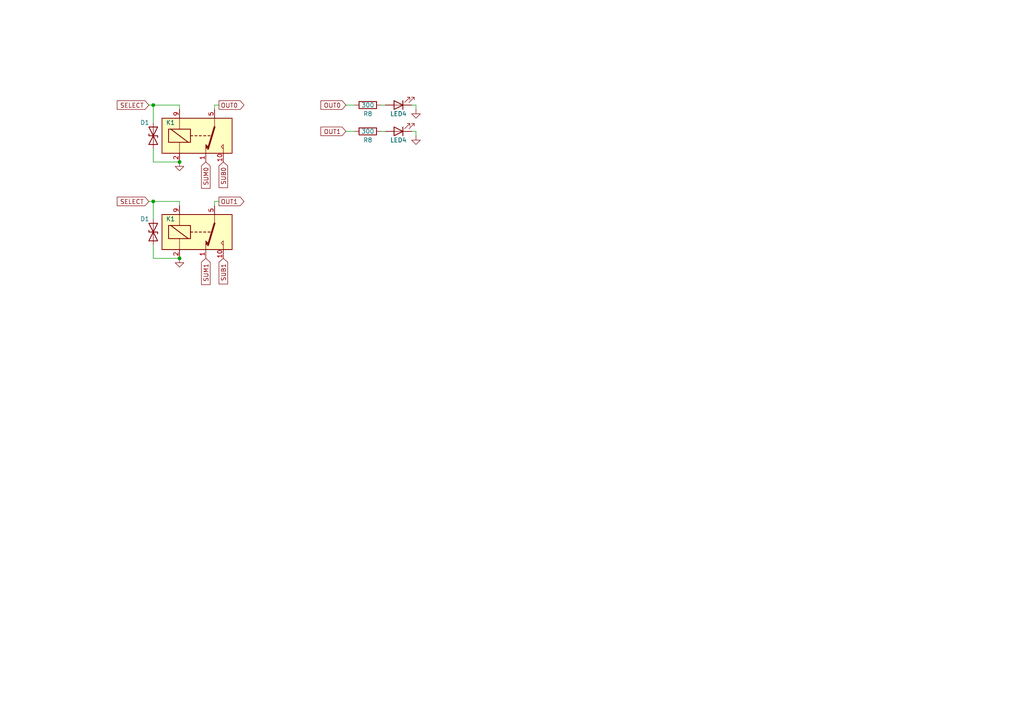
<source format=kicad_sch>
(kicad_sch (version 20230121) (generator eeschema)
  (paper "A4")
  (lib_symbols
    (symbol "Device:D_TVS" (pin_numbers hide) (pin_names (offset 1.016) hide)
      (property "Reference" "D" (at 0 2.54 0))
      (property "Value" "D_TVS" (at 0 -2.54 0))
      (symbol "D_TVS_0_1"
        (polyline (pts (xy 1.27 0) (xy -1.27 0)))
        (polyline (pts (xy 0.508 1.27) (xy 0 1.27) (xy 0 -1.27) (xy -0.508 -1.27)) (stroke (width 0.254)))
        (polyline (pts (xy -2.54 1.27) (xy -2.54 -1.27) (xy 2.54 1.27) (xy 2.54 -1.27) (xy -2.54 1.27)) (stroke (width 0.254)))
      )
      (symbol "D_TVS_1_1"
        (pin passive line (at -3.81 0 0) (length 2.54) (name "A1") (number "1"))
        (pin passive line (at 3.81 0 180) (length 2.54) (name "A2") (number "2"))
      )
    )
    (symbol "Device:LED" (pin_numbers hide) (pin_names (offset 1.016) hide)
      (property "Reference" "D" (at 0 2.54 0))
      (property "Value" "LED" (at 0 -2.54 0))
      (symbol "LED_0_1"
        (polyline (pts (xy -1.27 -1.27) (xy -1.27 1.27)) (stroke (width 0.254)))
        (polyline (pts (xy -1.27 0) (xy 1.27 0)))
        (polyline (pts (xy 1.27 -1.27) (xy 1.27 1.27) (xy -1.27 0) (xy 1.27 -1.27)) (stroke (width 0.254)))
        (polyline (pts (xy -3.048 -0.762) (xy -4.572 -2.286) (xy -3.81 -2.286) (xy -4.572 -2.286) (xy -4.572 -1.524)))
        (polyline (pts (xy -1.778 -0.762) (xy -3.302 -2.286) (xy -2.54 -2.286) (xy -3.302 -2.286) (xy -3.302 -1.524)))
      )
      (symbol "LED_1_1"
        (pin passive line (at -3.81 0 0) (length 2.54) (name "K") (number "1"))
        (pin passive line (at 3.81 0 180) (length 2.54) (name "A") (number "2"))
      )
    )
    (symbol "Device:R" (pin_numbers hide) (pin_names (offset 0))
      (property "Reference" "R" (at 2.032 0 90))
      (property "Value" "R" (at 0 0 90))
      (symbol "R_0_1"
        (rectangle (start -1.016 -2.54) (end 1.016 2.54) (stroke (width 0.254)))
      )
      (symbol "R_1_1"
        (pin passive line (at 0 3.81 270) (length 1.27) (name "~") (number "1"))
        (pin passive line (at 0 -3.81 90) (length 1.27) (name "~") (number "2"))
      )
    )
    (symbol "Relay:G5V-1"
      (property "Reference" "K" (at 11.43 3.81 0))
      (property "Value" "G5V-1" (at 11.43 1.27 0))
      (symbol "G5V-1_0_0"
        (polyline (pts (xy 7.62 5.08) (xy 7.62 2.54) (xy 6.985 3.175) (xy 7.62 3.81)))
      )
      (symbol "G5V-1_0_1"
        (rectangle (start -10.16 5.08) (end 10.16 -5.08) (stroke (width 0.254)) (fill (type background)))
        (rectangle (start -8.255 1.905) (end -1.905 -1.905) (stroke (width 0.254)))
        (polyline (pts (xy -7.62 -1.905) (xy -2.54 1.905)) (stroke (width 0.254)))
        (polyline (pts (xy -5.08 -5.08) (xy -5.08 -1.905)))
        (polyline (pts (xy -5.08 5.08) (xy -5.08 1.905)))
        (polyline (pts (xy -1.905 0) (xy -1.27 0)) (stroke (width 0.254)))
        (polyline (pts (xy -0.635 0) (xy 0 0)) (stroke (width 0.254)))
        (polyline (pts (xy 0.635 0) (xy 1.27 0)) (stroke (width 0.254)))
        (polyline (pts (xy 1.905 0) (xy 2.54 0)) (stroke (width 0.254)))
        (polyline (pts (xy 3.175 0) (xy 3.81 0)) (stroke (width 0.254)))
        (polyline (pts (xy 5.08 -2.54) (xy 3.175 3.81)) (stroke (width 0.508)))
        (polyline (pts (xy 5.08 -2.54) (xy 5.08 -5.08)))
        (polyline (pts (xy 2.54 5.08) (xy 2.54 2.54) (xy 3.175 3.175) (xy 2.54 3.81)) (fill (type outline)))
      )
      (symbol "G5V-1_1_1"
        (pin passive line (at 2.54 7.62 270) (length 2.54) (name "~") (number "1"))
        (pin passive line (at 7.62 7.62 270) (length 2.54) (name "~") (number "10"))
        (pin passive line (at -5.08 7.62 270) (length 2.54) (name "~") (number "2"))
        (pin passive line (at 5.08 -7.62 90) (length 2.54) (name "~") (number "5"))
        (pin passive line (at 5.08 -7.62 90) (length 2.54) hide (name "~") (number "6"))
        (pin passive line (at -5.08 -7.62 90) (length 2.54) (name "~") (number "9"))
      )
    )
    (symbol "power:GND" (power) (pin_names (offset 0))
      (property "Value" "GND" (at 0 -3.81 0))
      (symbol "GND_0_1"
        (polyline (pts (xy 0 0) (xy 0 -1.27) (xy 1.27 -1.27) (xy 0 -2.54) (xy -1.27 -1.27) (xy 0 -1.27)))
      )
      (symbol "GND_1_1"
        (pin power_in line (at 0 0 270) (length 0) hide (name "GND") (number "1"))
      )
    )
  )
  (junction (at 52.07 46.99))
  (junction (at 52.07 74.93))
  (junction (at 44.45 30.48))
  (junction (at 44.45 58.42))
  (wire (pts (xy 44.45 58.42) (xy 52.07 58.42)))
  (wire (pts (xy 100.33 38.1) (xy 102.87 38.1)))
  (wire (pts (xy 44.45 43.18) (xy 44.45 46.99)))
  (wire (pts (xy 52.07 58.42) (xy 52.07 59.69)))
  (wire (pts (xy 62.23 58.42) (xy 62.23 59.69)))
  (wire (pts (xy 44.45 46.99) (xy 52.07 46.99)))
  (wire (pts (xy 62.23 30.48) (xy 62.23 31.75)))
  (wire (pts (xy 63.5 58.42) (xy 62.23 58.42)))
  (wire (pts (xy 43.18 30.48) (xy 44.45 30.48)))
  (wire (pts (xy 111.76 38.1) (xy 110.49 38.1)))
  (wire (pts (xy 100.33 30.48) (xy 102.87 30.48)))
  (wire (pts (xy 44.45 74.93) (xy 52.07 74.93)))
  (wire (pts (xy 44.45 58.42) (xy 44.45 63.5)))
  (wire (pts (xy 44.45 30.48) (xy 44.45 35.56)))
  (wire (pts (xy 120.65 30.48) (xy 120.65 31.75)))
  (wire (pts (xy 111.76 30.48) (xy 110.49 30.48)))
  (wire (pts (xy 52.07 30.48) (xy 52.07 31.75)))
  (wire (pts (xy 119.38 38.1) (xy 120.65 38.1)))
  (wire (pts (xy 43.18 58.42) (xy 44.45 58.42)))
  (wire (pts (xy 119.38 30.48) (xy 120.65 30.48)))
  (wire (pts (xy 44.45 71.12) (xy 44.45 74.93)))
  (wire (pts (xy 63.5 30.48) (xy 62.23 30.48)))
  (wire (pts (xy 44.45 30.48) (xy 52.07 30.48)))
  (wire (pts (xy 120.65 38.1) (xy 120.65 39.37)))
  (global_label "OUT1" (shape input) (at 100.33 38.1 180) (property "Intersheetrefs" "${INTERSHEET_REFS}" (effects hide)))
  (global_label "SUM0" (shape input) (at 59.69 46.99 270) (property "Intersheetrefs" "${INTERSHEET_REFS}" (effects hide)))
  (global_label "OUT0" (shape input) (at 100.33 30.48 180) (property "Intersheetrefs" "${INTERSHEET_REFS}" (effects hide)))
  (global_label "SUB0" (shape input) (at 64.77 46.99 270) (property "Intersheetrefs" "${INTERSHEET_REFS}" (effects hide)))
  (global_label "SUB1" (shape input) (at 64.77 74.93 270) (property "Intersheetrefs" "${INTERSHEET_REFS}" (effects hide)))
  (global_label "OUT0" (shape output) (at 63.5 30.48 0) (property "Intersheetrefs" "${INTERSHEET_REFS}" (effects hide)))
  (global_label "SELECT" (shape input) (at 43.18 30.48 180) (property "Intersheetrefs" "${INTERSHEET_REFS}" (effects hide)))
  (global_label "OUT1" (shape output) (at 63.5 58.42 0) (property "Intersheetrefs" "${INTERSHEET_REFS}" (effects hide)))
  (global_label "SELECT" (shape input) (at 43.18 58.42 180) (property "Intersheetrefs" "${INTERSHEET_REFS}" (effects hide)))
  (global_label "SUM1" (shape input) (at 59.69 74.93 270) (property "Intersheetrefs" "${INTERSHEET_REFS}" (effects hide)))
  (symbol (lib_id "Device:R") (at 106.68 30.48 90) (unit 1)
    (property "Reference" "R8" (at 106.68 33.02 90))
    (property "Value" "300" (at 106.68 30.48 90))
    (property "Footprint" "Resistor_THT:R_Axial_DIN0207_L6.3mm_D2.5mm_P10.16mm_Horizontal" (effects hide))
    (instances (project "relay-prototype" (path "" (reference "R8") (unit 1)) (path "" (reference "R10") (unit 1))))
  )
  (symbol (lib_id "Relay:G5V-1") (at 57.15 67.31 0) (mirror x) (unit 1)
    (property "Reference" "K1" (at 50.8 63.5 0) (effects (justify right)))
    (property "Value" "G5V-1" (effects hide))
    (property "Footprint" "Relay_THT:Relay_SPDT_Omron_G5V-1" (effects hide))
    (property "Datasheet" "http://omronfs.omron.com/en_US/ecb/products/pdf/en-g5v_1.pdf" (effects hide))
    (property "Part_Link" "https://www.digikey.com/short/z2t73vfh" (effects hide))
    (property "Socket_Link" "https://www.digikey.com/short/h0zrr2pd" (effects hide))
    (instances (project "relay-prototype" (path "" (reference "K1") (unit 1)) (path "" (reference "K15") (unit 1)) (path "" (reference "K21") (unit 1))))
  )
  (symbol (lib_id "Device:LED") (at 115.57 38.1 180) (unit 1)
    (property "Reference" "LED4" (at 115.57 40.64 0))
    (property "Value" "LED" (effects hide))
    (property "Footprint" "LED_THT:LED_D5.0mm" (effects hide))
    (instances (project "relay-prototype" (path "" (reference "LED4") (unit 1)) (path "" (reference "LED6") (unit 1))))
  )
  (symbol (lib_id "Device:D_TVS") (at 44.45 67.31 90) (unit 1)
    (property "Reference" "D1" (at 40.64 63.5 90) (effects (justify right)))
    (property "Value" "D_TVS" (effects hide))
    (property "Footprint" "Diode_THT:D_DO-15_P12.70mm_Horizontal" (effects hide))
    (instances (project "relay-prototype" (path "" (reference "D1") (unit 1)) (path "" (reference "D19") (unit 1)) (path "" (reference "D21") (unit 1))))
  )
  (symbol (lib_id "power:GND") (at 52.07 74.93 0) (unit 1)
    (property "Reference" "#PWR0118" (effects hide))
    (property "Value" "GND" (effects hide))
    (instances (project "relay-prototype" (path "" (reference "#PWR0118") (unit 1)) (path "" (reference "#PWR01") (unit 1)) (path "" (reference "#PWR015") (unit 1))))
  )
  (symbol (lib_id "power:GND") (at 52.07 46.99 0) (unit 1)
    (property "Reference" "#PWR0118" (effects hide))
    (property "Value" "GND" (effects hide))
    (instances (project "relay-prototype" (path "" (reference "#PWR0118") (unit 1)) (path "" (reference "#PWR01") (unit 1)) (path "" (reference "#PWR014") (unit 1))))
  )
  (symbol (lib_id "Relay:G5V-1") (at 57.15 39.37 0) (mirror x) (unit 1)
    (property "Reference" "K1" (at 50.8 35.56 0) (effects (justify right)))
    (property "Value" "G5V-1" (effects hide))
    (property "Footprint" "Relay_THT:Relay_SPDT_Omron_G5V-1" (effects hide))
    (property "Datasheet" "http://omronfs.omron.com/en_US/ecb/products/pdf/en-g5v_1.pdf" (effects hide))
    (property "Part_Link" "https://www.digikey.com/short/z2t73vfh" (effects hide))
    (property "Socket_Link" "https://www.digikey.com/short/h0zrr2pd" (effects hide))
    (instances (project "relay-prototype" (path "" (reference "K1") (unit 1)) (path "" (reference "K15") (unit 1)) (path "" (reference "K20") (unit 1))))
  )
  (symbol (lib_id "power:GND") (at 120.65 39.37 0) (unit 1)
    (property "Reference" "#PWR0118" (effects hide))
    (property "Value" "GND" (effects hide))
    (instances (project "relay-prototype" (path "" (reference "#PWR0118") (unit 1)) (path "" (reference "#PWR01") (unit 1)) (path "" (reference "#PWR024") (unit 1))))
  )
  (symbol (lib_id "Device:LED") (at 115.57 30.48 180) (unit 1)
    (property "Reference" "LED4" (at 115.57 33.02 0))
    (property "Value" "LED" (effects hide))
    (property "Footprint" "LED_THT:LED_D5.0mm" (effects hide))
    (instances (project "relay-prototype" (path "" (reference "LED4") (unit 1)) (path "" (reference "LED5") (unit 1))))
  )
  (symbol (lib_id "Device:D_TVS") (at 44.45 39.37 90) (unit 1)
    (property "Reference" "D1" (at 40.64 35.56 90) (effects (justify right)))
    (property "Value" "D_TVS" (effects hide))
    (property "Footprint" "Diode_THT:D_DO-15_P12.70mm_Horizontal" (effects hide))
    (instances (project "relay-prototype" (path "" (reference "D1") (unit 1)) (path "" (reference "D19") (unit 1)) (path "" (reference "D20") (unit 1))))
  )
  (symbol (lib_id "Device:R") (at 106.68 38.1 90) (unit 1)
    (property "Reference" "R8" (at 106.68 40.64 90))
    (property "Value" "300" (at 106.68 38.1 90))
    (property "Footprint" "Resistor_THT:R_Axial_DIN0207_L6.3mm_D2.5mm_P10.16mm_Horizontal" (effects hide))
    (instances (project "relay-prototype" (path "" (reference "R8") (unit 1)) (path "" (reference "R11") (unit 1))))
  )
  (symbol (lib_id "power:GND") (at 120.65 31.75 0) (unit 1)
    (property "Reference" "#PWR0118" (effects hide))
    (property "Value" "GND" (effects hide))
    (instances (project "relay-prototype" (path "" (reference "#PWR0118") (unit 1)) (path "" (reference "#PWR01") (unit 1)) (path "" (reference "#PWR016") (unit 1))))
  )
)
</source>
